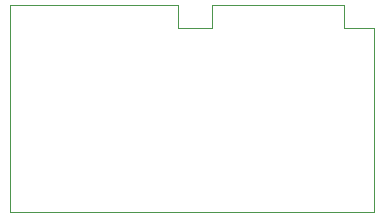
<source format=gbr>
G04 #@! TF.GenerationSoftware,KiCad,Pcbnew,(5.1.10-1-10_14)*
G04 #@! TF.CreationDate,2021-11-15T14:12:15-05:00*
G04 #@! TF.ProjectId,8DIN2VGA_New,3844494e-3256-4474-915f-4e65772e6b69,1*
G04 #@! TF.SameCoordinates,Original*
G04 #@! TF.FileFunction,Profile,NP*
%FSLAX46Y46*%
G04 Gerber Fmt 4.6, Leading zero omitted, Abs format (unit mm)*
G04 Created by KiCad (PCBNEW (5.1.10-1-10_14)) date 2021-11-15 14:12:15*
%MOMM*%
%LPD*%
G01*
G04 APERTURE LIST*
G04 #@! TA.AperFunction,Profile*
%ADD10C,0.100000*%
G04 #@! TD*
G04 APERTURE END LIST*
D10*
X124630000Y-91140000D02*
X124630000Y-108660000D01*
X138850000Y-91140000D02*
X124630000Y-91140000D01*
X138850000Y-93040000D02*
X138850000Y-91140000D01*
X141760000Y-93040000D02*
X138850000Y-93040000D01*
X141760000Y-91140000D02*
X141760000Y-93040000D01*
X152900000Y-91140000D02*
X141760000Y-91140000D01*
X152900000Y-93060000D02*
X152900000Y-91140000D01*
X155440000Y-93060000D02*
X152900000Y-93060000D01*
X155440000Y-108660000D02*
X155440000Y-93060000D01*
X124630000Y-108660000D02*
X155440000Y-108660000D01*
M02*

</source>
